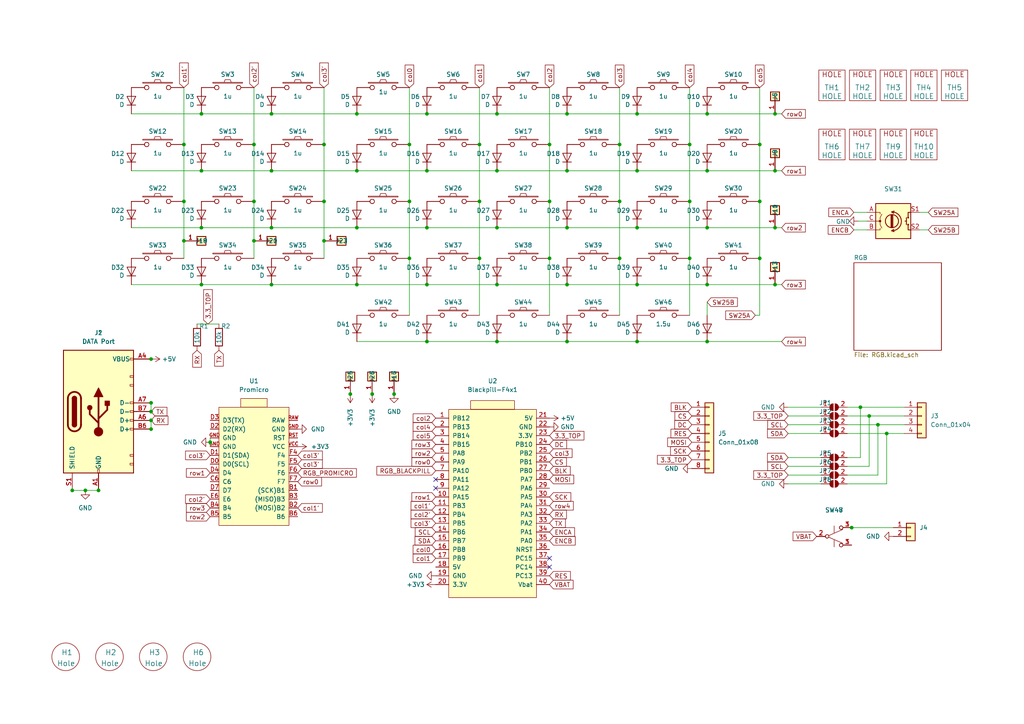
<source format=kicad_sch>
(kicad_sch (version 20211123) (generator eeschema)
  (paper "A4")
  (junction (at 184.785 66.04))
  (junction (at 257.175 125.73))
  (junction (at 107.95 114.3))
  (junction (at 179.705 74.93))
  (junction (at 220.345 41.91))
  (junction (at 249.555 118.11))
  (junction (at 43.815 104.14))
  (junction (at 252.095 120.65))
  (junction (at 224.79 49.53))
  (junction (at 164.465 82.55))
  (junction (at 123.825 99.06))
  (junction (at 144.145 82.55))
  (junction (at 93.98 69.85))
  (junction (at 184.785 49.53))
  (junction (at 103.505 82.55))
  (junction (at 58.42 82.55))
  (junction (at 118.745 41.91))
  (junction (at 205.105 33.02))
  (junction (at 78.74 82.55))
  (junction (at 164.465 49.53))
  (junction (at 224.79 33.02))
  (junction (at 53.34 69.85))
  (junction (at 103.505 33.02))
  (junction (at 159.385 41.91))
  (junction (at 118.745 74.93))
  (junction (at 184.785 33.02))
  (junction (at 60.96 128.27))
  (junction (at 200.025 74.93))
  (junction (at 78.74 66.04))
  (junction (at 43.815 116.84))
  (junction (at 164.465 66.04))
  (junction (at 28.575 142.24))
  (junction (at 73.66 58.42))
  (junction (at 205.105 82.55))
  (junction (at 103.505 49.53))
  (junction (at 224.79 66.04))
  (junction (at 139.065 41.91))
  (junction (at 93.98 41.91))
  (junction (at 118.745 58.42))
  (junction (at 114.3 114.3))
  (junction (at 200.025 58.42))
  (junction (at 179.705 58.42))
  (junction (at 58.42 33.02))
  (junction (at 254.635 123.19))
  (junction (at 144.145 66.04))
  (junction (at 58.42 49.53))
  (junction (at 200.025 41.91))
  (junction (at 73.66 41.91))
  (junction (at 179.705 41.91))
  (junction (at 58.42 66.04))
  (junction (at 139.065 74.93))
  (junction (at 53.34 41.91))
  (junction (at 224.79 82.55))
  (junction (at 43.815 124.46))
  (junction (at 123.825 66.04))
  (junction (at 101.6 114.3))
  (junction (at 43.815 121.92))
  (junction (at 123.825 49.53))
  (junction (at 73.66 69.85))
  (junction (at 78.74 33.02))
  (junction (at 220.345 58.42))
  (junction (at 123.825 33.02))
  (junction (at 164.465 33.02))
  (junction (at 139.065 58.42))
  (junction (at 159.385 74.93))
  (junction (at 93.98 58.42))
  (junction (at 20.955 142.24))
  (junction (at 43.815 119.38))
  (junction (at 78.74 49.53))
  (junction (at 103.505 66.04))
  (junction (at 144.145 49.53))
  (junction (at 247.015 153.035))
  (junction (at 220.345 74.93))
  (junction (at 205.105 99.06))
  (junction (at 123.825 82.55))
  (junction (at 144.145 99.06))
  (junction (at 184.785 82.55))
  (junction (at 205.105 49.53))
  (junction (at 205.105 66.04))
  (junction (at 24.765 142.24))
  (junction (at 144.145 33.02))
  (junction (at 159.385 58.42))
  (junction (at 164.465 99.06))
  (junction (at 53.34 58.42))
  (junction (at 184.785 99.06))
  (no_connect (at 126.365 141.605))
  (no_connect (at 126.365 139.065))
  (no_connect (at 159.385 164.465))
  (no_connect (at 159.385 161.925))
  (wire (pts (xy 224.79 33.02) (xy 226.695 33.02)))
  (wire (pts (xy 228.6 118.11) (xy 238.125 118.11)))
  (wire (pts (xy 228.6 132.715) (xy 238.125 132.715)))
  (wire (pts (xy 78.74 66.04) (xy 58.42 66.04)))
  (wire (pts (xy 228.6 135.255) (xy 238.125 135.255)))
  (wire (pts (xy 228.6 125.73) (xy 238.125 125.73)))
  (wire (pts (xy 93.98 58.42) (xy 93.98 69.85)))
  (wire (pts (xy 78.74 33.02) (xy 58.42 33.02)))
  (wire (pts (xy 226.695 99.06) (xy 205.105 99.06)))
  (wire (pts (xy 123.825 66.04) (xy 103.505 66.04)))
  (wire (pts (xy 123.825 99.06) (xy 103.505 99.06)))
  (wire (pts (xy 164.465 66.04) (xy 144.145 66.04)))
  (wire (pts (xy 247.015 153.035) (xy 259.08 153.035)))
  (wire (pts (xy 205.105 87.63) (xy 205.105 91.44)))
  (wire (pts (xy 228.6 140.335) (xy 238.125 140.335)))
  (wire (pts (xy 245.745 137.795) (xy 254.635 137.795)))
  (wire (pts (xy 205.105 99.06) (xy 184.785 99.06)))
  (wire (pts (xy 184.785 66.04) (xy 164.465 66.04)))
  (wire (pts (xy 200.025 25.4) (xy 200.025 41.91)))
  (wire (pts (xy 78.74 49.53) (xy 103.505 49.53)))
  (wire (pts (xy 93.98 25.4) (xy 93.98 41.91)))
  (wire (pts (xy 257.175 140.335) (xy 257.175 125.73)))
  (wire (pts (xy 78.74 82.55) (xy 103.505 82.55)))
  (wire (pts (xy 252.095 135.255) (xy 252.095 120.65)))
  (wire (pts (xy 159.385 58.42) (xy 159.385 74.93)))
  (wire (pts (xy 53.34 74.93) (xy 53.34 69.85)))
  (wire (pts (xy 224.79 66.04) (xy 226.695 66.04)))
  (wire (pts (xy 159.385 74.93) (xy 159.385 91.44)))
  (wire (pts (xy 123.825 33.02) (xy 144.145 33.02)))
  (wire (pts (xy 93.98 41.91) (xy 93.98 58.42)))
  (wire (pts (xy 220.345 41.91) (xy 220.345 58.42)))
  (wire (pts (xy 266.7 66.675) (xy 269.24 66.675)))
  (wire (pts (xy 144.145 99.06) (xy 123.825 99.06)))
  (wire (pts (xy 139.065 25.4) (xy 139.065 41.91)))
  (wire (pts (xy 78.74 49.53) (xy 58.42 49.53)))
  (wire (pts (xy 184.785 33.02) (xy 205.105 33.02)))
  (wire (pts (xy 184.785 33.02) (xy 164.465 33.02)))
  (wire (pts (xy 73.66 41.91) (xy 73.66 58.42)))
  (wire (pts (xy 245.745 123.19) (xy 254.635 123.19)))
  (wire (pts (xy 38.1 33.02) (xy 58.42 33.02)))
  (wire (pts (xy 118.745 58.42) (xy 118.745 41.91)))
  (wire (pts (xy 164.465 49.53) (xy 144.145 49.53)))
  (wire (pts (xy 179.705 41.91) (xy 179.705 58.42)))
  (wire (pts (xy 254.635 137.795) (xy 254.635 123.19)))
  (wire (pts (xy 257.175 125.73) (xy 262.255 125.73)))
  (wire (pts (xy 220.345 74.93) (xy 220.345 91.44)))
  (wire (pts (xy 205.105 82.55) (xy 224.79 82.55)))
  (wire (pts (xy 123.825 33.02) (xy 103.505 33.02)))
  (wire (pts (xy 139.065 74.93) (xy 139.065 58.42)))
  (wire (pts (xy 43.815 121.92) (xy 43.815 124.46)))
  (wire (pts (xy 144.145 49.53) (xy 123.825 49.53)))
  (wire (pts (xy 20.955 142.24) (xy 24.765 142.24)))
  (wire (pts (xy 266.7 61.595) (xy 269.24 61.595)))
  (wire (pts (xy 249.555 118.11) (xy 262.255 118.11)))
  (wire (pts (xy 245.745 118.11) (xy 249.555 118.11)))
  (wire (pts (xy 245.745 140.335) (xy 257.175 140.335)))
  (wire (pts (xy 245.745 120.65) (xy 252.095 120.65)))
  (wire (pts (xy 118.745 58.42) (xy 118.745 74.93)))
  (wire (pts (xy 184.785 66.04) (xy 205.105 66.04)))
  (wire (pts (xy 245.745 132.715) (xy 249.555 132.715)))
  (wire (pts (xy 57.15 93.98) (xy 63.5 93.98)))
  (wire (pts (xy 184.785 82.55) (xy 205.105 82.55)))
  (wire (pts (xy 205.105 66.04) (xy 224.79 66.04)))
  (wire (pts (xy 224.79 49.53) (xy 226.695 49.53)))
  (wire (pts (xy 247.65 61.595) (xy 251.46 61.595)))
  (wire (pts (xy 205.105 49.53) (xy 224.79 49.53)))
  (wire (pts (xy 252.095 120.65) (xy 262.255 120.65)))
  (wire (pts (xy 179.705 25.4) (xy 179.705 41.91)))
  (wire (pts (xy 78.74 66.04) (xy 103.505 66.04)))
  (wire (pts (xy 228.6 120.65) (xy 238.125 120.65)))
  (wire (pts (xy 184.785 99.06) (xy 164.465 99.06)))
  (wire (pts (xy 93.98 69.85) (xy 93.98 74.93)))
  (wire (pts (xy 58.42 82.55) (xy 38.1 82.55)))
  (wire (pts (xy 245.745 135.255) (xy 252.095 135.255)))
  (wire (pts (xy 200.025 41.91) (xy 200.025 58.42)))
  (wire (pts (xy 205.105 33.02) (xy 224.79 33.02)))
  (wire (pts (xy 144.145 66.04) (xy 123.825 66.04)))
  (wire (pts (xy 200.025 58.42) (xy 200.025 74.93)))
  (wire (pts (xy 179.705 58.42) (xy 179.705 74.93)))
  (wire (pts (xy 224.79 82.55) (xy 226.695 82.55)))
  (wire (pts (xy 159.385 41.91) (xy 159.385 58.42)))
  (wire (pts (xy 164.465 33.02) (xy 144.145 33.02)))
  (wire (pts (xy 24.765 142.24) (xy 28.575 142.24)))
  (wire (pts (xy 144.145 82.55) (xy 123.825 82.55)))
  (wire (pts (xy 254.635 123.19) (xy 262.255 123.19)))
  (wire (pts (xy 53.34 41.91) (xy 53.34 58.42)))
  (wire (pts (xy 58.42 49.53) (xy 38.1 49.53)))
  (wire (pts (xy 73.66 69.85) (xy 73.66 74.93)))
  (wire (pts (xy 139.065 41.91) (xy 139.065 58.42)))
  (wire (pts (xy 228.6 137.795) (xy 238.125 137.795)))
  (wire (pts (xy 159.385 25.4) (xy 159.385 41.91)))
  (wire (pts (xy 220.345 58.42) (xy 220.345 74.93)))
  (wire (pts (xy 228.6 123.19) (xy 238.125 123.19)))
  (wire (pts (xy 220.345 25.4) (xy 220.345 41.91)))
  (wire (pts (xy 164.465 99.06) (xy 144.145 99.06)))
  (wire (pts (xy 123.825 49.53) (xy 103.505 49.53)))
  (wire (pts (xy 60.96 128.27) (xy 60.96 129.54)))
  (wire (pts (xy 247.65 66.675) (xy 251.46 66.675)))
  (wire (pts (xy 249.555 132.715) (xy 249.555 118.11)))
  (wire (pts (xy 139.065 74.93) (xy 139.065 91.44)))
  (wire (pts (xy 164.465 82.55) (xy 144.145 82.55)))
  (wire (pts (xy 179.705 74.93) (xy 179.705 91.44)))
  (wire (pts (xy 53.34 25.4) (xy 53.34 41.91)))
  (wire (pts (xy 78.74 33.02) (xy 103.505 33.02)))
  (wire (pts (xy 73.66 25.4) (xy 73.66 41.91)))
  (wire (pts (xy 220.345 91.44) (xy 219.075 91.44)))
  (wire (pts (xy 53.34 69.85) (xy 53.34 58.42)))
  (wire (pts (xy 184.785 49.53) (xy 164.465 49.53)))
  (wire (pts (xy 60.96 127) (xy 60.96 128.27)))
  (wire (pts (xy 200.025 74.93) (xy 200.025 91.44)))
  (wire (pts (xy 184.785 82.55) (xy 164.465 82.55)))
  (wire (pts (xy 118.745 74.93) (xy 118.745 91.44)))
  (wire (pts (xy 118.745 41.91) (xy 118.745 25.4)))
  (wire (pts (xy 245.745 125.73) (xy 257.175 125.73)))
  (wire (pts (xy 58.42 66.04) (xy 38.1 66.04)))
  (wire (pts (xy 43.815 116.84) (xy 43.815 119.38)))
  (wire (pts (xy 251.46 64.135) (xy 248.92 64.135)))
  (wire (pts (xy 123.825 82.55) (xy 103.505 82.55)))
  (wire (pts (xy 184.785 49.53) (xy 205.105 49.53)))
  (wire (pts (xy 73.66 58.42) (xy 73.66 69.85)))
  (wire (pts (xy 78.74 82.55) (xy 58.42 82.55)))
  (global_label "ENCA" (shape input) (at 247.65 61.595 180) (property "Intersheet References" "${INTERSHEET_REFS}" (effects hide)))
  (global_label "col2'" (shape input) (at 126.365 149.225 180) (property "Intersheet References" "${INTERSHEET_REFS}" (effects hide)))
  (global_label "row3" (shape input) (at 126.365 128.905 180) (property "Intersheet References" "${INTERSHEET_REFS}" (effects hide)))
  (global_label "TX" (shape input) (at 159.385 151.765 0) (property "Intersheet References" "${INTERSHEET_REFS}" (effects hide)))
  (global_label "VBAT" (shape input) (at 159.385 169.545 0) (property "Intersheet References" "${INTERSHEET_REFS}" (effects hide)))
  (global_label "col5" (shape input) (at 126.365 126.365 180) (property "Intersheet References" "${INTERSHEET_REFS}" (effects hide)))
  (global_label "SCK" (shape input) (at 159.385 144.145 0) (property "Intersheet References" "${INTERSHEET_REFS}" (effects hide)))
  (global_label "3.3_TOP" (shape input) (at 228.6 120.65 180) (property "Intersheet References" "${INTERSHEET_REFS}" (effects hide)))
  (global_label "row1" (shape input) (at 126.365 144.145 180) (property "Intersheet References" "${INTERSHEET_REFS}" (effects hide)))
  (global_label "row0" (shape input) (at 126.365 133.985 180) (property "Intersheet References" "${INTERSHEET_REFS}" (effects hide)))
  (global_label "col2'" (shape input) (at 60.96 144.78 180) (property "Intersheet References" "${INTERSHEET_REFS}" (effects hide)))
  (global_label "RGB_PROMICRO" (shape input) (at 86.36 137.16 0) (property "Intersheet References" "${INTERSHEET_REFS}" (effects hide)))
  (global_label "SW25B" (shape input) (at 269.24 66.675 0) (property "Intersheet References" "${INTERSHEET_REFS}" (effects hide)))
  (global_label "ENCB" (shape input) (at 159.385 156.845 0) (property "Intersheet References" "${INTERSHEET_REFS}" (effects hide)))
  (global_label "SW25A" (shape input) (at 219.075 91.44 180) (property "Intersheet References" "${INTERSHEET_REFS}" (effects hide)))
  (global_label "RX" (shape input) (at 159.385 149.225 0) (property "Intersheet References" "${INTERSHEET_REFS}" (effects hide)))
  (global_label "CS" (shape input) (at 159.385 133.985 0) (property "Intersheet References" "${INTERSHEET_REFS}" (effects hide)))
  (global_label "3.3_TOP" (shape input) (at 60.325 93.98 90) (property "Intersheet References" "${INTERSHEET_REFS}" (effects hide)))
  (global_label "row3" (shape input) (at 60.96 147.32 180) (property "Intersheet References" "${INTERSHEET_REFS}" (effects hide)))
  (global_label "CS" (shape input) (at 200.66 120.65 180) (property "Intersheet References" "${INTERSHEET_REFS}" (effects hide)))
  (global_label "SCL" (shape input) (at 228.6 123.19 180) (property "Intersheet References" "${INTERSHEET_REFS}" (effects hide)))
  (global_label "RX" (shape input) (at 57.15 101.6 270) (property "Intersheet References" "${INTERSHEET_REFS}" (effects hide)))
  (global_label "SDA" (shape input) (at 126.365 156.845 180) (property "Intersheet References" "${INTERSHEET_REFS}" (effects hide)))
  (global_label "col3'" (shape input) (at 60.96 132.08 180) (property "Intersheet References" "${INTERSHEET_REFS}" (effects hide)))
  (global_label "DC" (shape input) (at 159.385 128.905 0) (property "Intersheet References" "${INTERSHEET_REFS}" (effects hide)))
  (global_label "VBAT" (shape input) (at 236.855 155.575 180) (property "Intersheet References" "${INTERSHEET_REFS}" (effects hide)))
  (global_label "TX" (shape input) (at 43.815 119.38 0) (property "Intersheet References" "${INTERSHEET_REFS}" (effects hide)))
  (global_label "row4" (shape input) (at 159.385 146.685 0) (property "Intersheet References" "${INTERSHEET_REFS}" (effects hide)))
  (global_label "col1'" (shape input) (at 86.36 147.32 0) (property "Intersheet References" "${INTERSHEET_REFS}" (effects hide)))
  (global_label "3.3_TOP" (shape input) (at 159.385 126.365 0) (property "Intersheet References" "${INTERSHEET_REFS}" (effects hide)))
  (global_label "ENCB" (shape input) (at 247.65 66.675 180) (property "Intersheet References" "${INTERSHEET_REFS}" (effects hide)))
  (global_label "col2'" (shape input) (at 73.66 25.4 90) (property "Intersheet References" "${INTERSHEET_REFS}" (effects hide)))
  (global_label "col4" (shape input) (at 200.025 25.4 90) (property "Intersheet References" "${INTERSHEET_REFS}" (effects hide)))
  (global_label "SCL" (shape input) (at 228.6 135.255 180) (property "Intersheet References" "${INTERSHEET_REFS}" (effects hide)))
  (global_label "SCK" (shape input) (at 200.66 130.81 180) (property "Intersheet References" "${INTERSHEET_REFS}" (effects hide)))
  (global_label "SW25A" (shape input) (at 269.24 61.595 0) (property "Intersheet References" "${INTERSHEET_REFS}" (effects hide)))
  (global_label "col0" (shape input) (at 126.365 159.385 180) (property "Intersheet References" "${INTERSHEET_REFS}" (effects hide)))
  (global_label "row2" (shape input) (at 60.96 149.86 180) (property "Intersheet References" "${INTERSHEET_REFS}" (effects hide)))
  (global_label "col2" (shape input) (at 159.385 25.4 90) (property "Intersheet References" "${INTERSHEET_REFS}" (effects hide)))
  (global_label "ENCA" (shape input) (at 159.385 154.305 0) (property "Intersheet References" "${INTERSHEET_REFS}" (effects hide)))
  (global_label "SDA" (shape input) (at 228.6 132.715 180) (property "Intersheet References" "${INTERSHEET_REFS}" (effects hide)))
  (global_label "3.3_TOP" (shape input) (at 228.6 137.795 180) (property "Intersheet References" "${INTERSHEET_REFS}" (effects hide)))
  (global_label "row3" (shape input) (at 226.695 82.55 0) (property "Intersheet References" "${INTERSHEET_REFS}" (effects hide)))
  (global_label "col3" (shape input) (at 159.385 131.445 0) (property "Intersheet References" "${INTERSHEET_REFS}" (effects hide)))
  (global_label "row0" (shape input) (at 226.695 33.02 0) (property "Intersheet References" "${INTERSHEET_REFS}" (effects hide)))
  (global_label "RX" (shape input) (at 43.815 121.92 0) (property "Intersheet References" "${INTERSHEET_REFS}" (effects hide)))
  (global_label "row4" (shape input) (at 226.695 99.06 0) (property "Intersheet References" "${INTERSHEET_REFS}" (effects hide)))
  (global_label "SCL" (shape input) (at 126.365 154.305 180) (property "Intersheet References" "${INTERSHEET_REFS}" (effects hide)))
  (global_label "RES" (shape input) (at 200.66 125.73 180) (property "Intersheet References" "${INTERSHEET_REFS}" (effects hide)))
  (global_label "col5" (shape input) (at 220.345 25.4 90) (property "Intersheet References" "${INTERSHEET_REFS}" (effects hide)))
  (global_label "SW25B" (shape input) (at 205.105 87.63 0) (property "Intersheet References" "${INTERSHEET_REFS}" (effects hide)))
  (global_label "row2" (shape input) (at 126.365 131.445 180) (property "Intersheet References" "${INTERSHEET_REFS}" (effects hide)))
  (global_label "col1" (shape input) (at 126.365 161.925 180) (property "Intersheet References" "${INTERSHEET_REFS}" (effects hide)))
  (global_label "BLK" (shape input) (at 200.66 118.11 180) (property "Intersheet References" "${INTERSHEET_REFS}" (effects hide)))
  (global_label "TX" (shape input) (at 63.5 101.6 270) (property "Intersheet References" "${INTERSHEET_REFS}" (effects hide)))
  (global_label "DC" (shape input) (at 200.66 123.19 180) (property "Intersheet References" "${INTERSHEET_REFS}" (effects hide)))
  (global_label "col3'" (shape input) (at 126.365 151.765 180) (property "Intersheet References" "${INTERSHEET_REFS}" (effects hide)))
  (global_label "RES" (shape input) (at 159.385 167.005 0) (property "Intersheet References" "${INTERSHEET_REFS}" (effects hide)))
  (global_label "BLK" (shape input) (at 159.385 136.525 0) (property "Intersheet References" "${INTERSHEET_REFS}" (effects hide)))
  (global_label "MOSI" (shape input) (at 159.385 139.065 0) (property "Intersheet References" "${INTERSHEET_REFS}" (effects hide)))
  (global_label "row2" (shape input) (at 226.695 66.04 0) (property "Intersheet References" "${INTERSHEET_REFS}" (effects hide)))
  (global_label "col0" (shape input) (at 118.745 25.4 90) (property "Intersheet References" "${INTERSHEET_REFS}" (effects hide)))
  (global_label "col4" (shape input) (at 126.365 123.825 180) (property "Intersheet References" "${INTERSHEET_REFS}" (effects hide)))
  (global_label "RGB_BLACKPILL" (shape input) (at 126.365 136.525 180) (property "Intersheet References" "${INTERSHEET_REFS}" (effects hide)))
  (global_label "col3'" (shape input) (at 86.36 134.62 0) (property "Intersheet References" "${INTERSHEET_REFS}" (effects hide)))
  (global_label "col3" (shape input) (at 179.705 25.4 90) (property "Intersheet References" "${INTERSHEET_REFS}" (effects hide)))
  (global_label "3.3_TOP" (shape input) (at 200.66 133.35 180) (property "Intersheet References" "${INTERSHEET_REFS}" (effects hide)))
  (global_label "col3'" (shape input) (at 93.98 25.4 90) (property "Intersheet References" "${INTERSHEET_REFS}" (effects hide)))
  (global_label "row0" (shape input) (at 86.36 139.7 0) (property "Intersheet References" "${INTERSHEET_REFS}" (effects hide)))
  (global_label "col1" (shape input) (at 139.065 25.4 90) (property "Intersheet References" "${INTERSHEET_REFS}" (effects hide)))
  (global_label "col1'" (shape input) (at 53.34 25.4 90) (property "Intersheet References" "${INTERSHEET_REFS}" (effects hide)))
  (global_label "row1" (shape input) (at 226.695 49.53 0) (property "Intersheet References" "${INTERSHEET_REFS}" (effects hide)))
  (global_label "MOSI" (shape input) (at 200.66 128.27 180) (property "Intersheet References" "${INTERSHEET_REFS}" (effects hide)))
  (global_label "SDA" (shape input) (at 228.6 125.73 180) (property "Intersheet References" "${INTERSHEET_REFS}" (effects hide)))
  (global_label "row1" (shape input) (at 60.96 137.16 180) (property "Intersheet References" "${INTERSHEET_REFS}" (effects hide)))
  (global_label "col1'" (shape input) (at 126.365 146.685 180) (property "Intersheet References" "${INTERSHEET_REFS}" (effects hide)))
  (global_label "col2" (shape input) (at 126.365 121.285 180) (property "Intersheet References" "${INTERSHEET_REFS}" (effects hide)))
  (global_label "col3'" (shape input) (at 86.36 132.08 0) (property "Intersheet References" "${INTERSHEET_REFS}" (effects hide)))
  (symbol (lib_id "SofleKeyboard-rescue:SW_PUSH-Lily58-cache-Lily58_Pro-rescue") (at 192.405 91.44 0) (mirror y) (unit 1)
    (property "Reference" "SW46" (at 192.405 87.63 0))
    (property "Value" "1.5u" (at 192.405 93.98 0))
    (property "Footprint" "Library:SW-HS_flip-1u" (effects hide))
  )
  (symbol (lib_id "SofleKeyboard-rescue:SW_PUSH-Lily58-cache-Lily58_Pro-rescue") (at 212.725 25.4 0) (mirror y) (unit 1)
    (property "Reference" "SW10" (at 212.725 21.59 0))
    (property "Value" "1u" (at 212.725 27.94 0))
    (property "Footprint" "Library:SW-HS_flip-1u" (effects hide))
  )
  (symbol (lib_id "SofleKeyboard-rescue:D-Lily58-cache-Lily58_Pro-rescue") (at 205.105 29.21 270) (mirror x) (unit 1)
    (property "Reference" "D10" (at 203.0984 28.0416 90) (effects (justify right)))
    (property "Value" "D" (at 203.0984 30.353 90) (effects (justify right)))
    (property "Footprint" "Library:Diode" (effects hide))
  )
  (symbol (lib_id "SofleKeyboard-rescue:SW_PUSH-Lily58-cache-Lily58_Pro-rescue") (at 192.405 25.4 0) (mirror y) (unit 1)
    (property "Reference" "SW9" (at 192.405 21.59 0))
    (property "Value" "1u" (at 192.405 27.94 0))
    (property "Footprint" "Library:SW-HS_flip-1u" (effects hide))
  )
  (symbol (lib_id "SofleKeyboard-rescue:D-Lily58-cache-Lily58_Pro-rescue") (at 184.785 29.21 270) (mirror x) (unit 1)
    (property "Reference" "D9" (at 182.7784 28.0416 90) (effects (justify right)))
    (property "Value" "D" (at 182.7784 30.353 90) (effects (justify right)))
    (property "Footprint" "Library:Diode" (effects hide))
  )
  (symbol (lib_id "SofleKeyboard-rescue:SW_PUSH-Lily58-cache-Lily58_Pro-rescue") (at 172.085 25.4 0) (mirror y) (unit 1)
    (property "Reference" "SW8" (at 172.085 21.59 0))
    (property "Value" "1u" (at 172.085 27.94 0))
    (property "Footprint" "Library:SW-HS_flip-1u" (effects hide))
  )
  (symbol (lib_id "SofleKeyboard-rescue:D-Lily58-cache-Lily58_Pro-rescue") (at 164.465 29.21 270) (mirror x) (unit 1)
    (property "Reference" "D8" (at 162.4584 28.0416 90) (effects (justify right)))
    (property "Value" "D" (at 162.4584 30.353 90) (effects (justify right)))
    (property "Footprint" "Library:Diode" (effects hide))
  )
  (symbol (lib_id "SofleKeyboard-rescue:SW_PUSH-Lily58-cache-Lily58_Pro-rescue") (at 151.765 25.4 0) (mirror y) (unit 1)
    (property "Reference" "SW7" (at 151.765 21.59 0))
    (property "Value" "1u" (at 151.765 27.94 0))
    (property "Footprint" "Library:SW-HS_flip-1u" (effects hide))
  )
  (symbol (lib_id "SofleKeyboard-rescue:D-Lily58-cache-Lily58_Pro-rescue") (at 144.145 29.21 270) (mirror x) (unit 1)
    (property "Reference" "D7" (at 142.1384 28.0416 90) (effects (justify right)))
    (property "Value" "D" (at 142.1384 30.353 90) (effects (justify right)))
    (property "Footprint" "Library:Diode" (effects hide))
  )
  (symbol (lib_id "SofleKeyboard-rescue:SW_PUSH-Lily58-cache-Lily58_Pro-rescue") (at 131.445 25.4 0) (unit 1)
    (property "Reference" "SW6" (at 131.445 21.59 0))
    (property "Value" "1u" (at 131.445 27.94 0))
    (property "Footprint" "Library:SW-HS_flip-1u" (effects hide))
  )
  (symbol (lib_id "SofleKeyboard-rescue:D-Lily58-cache-Lily58_Pro-rescue") (at 123.825 29.21 270) (mirror x) (unit 1)
    (property "Reference" "D6" (at 121.8184 28.0416 90) (effects (justify right)))
    (property "Value" "D" (at 121.8184 30.353 90) (effects (justify right)))
    (property "Footprint" "Library:Diode" (effects hide))
  )
  (symbol (lib_id "SofleKeyboard-rescue:SW_PUSH-Lily58-cache-Lily58_Pro-rescue") (at 111.125 25.4 0) (mirror y) (unit 1)
    (property "Reference" "SW5" (at 111.125 21.59 0))
    (property "Value" "1u" (at 111.125 26.67 0))
    (property "Footprint" "Library:SW-HS_flip-1u" (effects hide))
  )
  (symbol (lib_id "SofleKeyboard-rescue:D-Lily58-cache-Lily58_Pro-rescue") (at 103.505 29.21 270) (mirror x) (unit 1)
    (property "Reference" "D5" (at 101.4984 28.0416 90) (effects (justify right)))
    (property "Value" "D" (at 101.4984 30.353 90) (effects (justify right)))
    (property "Footprint" "Library:Diode" (effects hide))
  )
  (symbol (lib_id "SofleKeyboard-rescue:SW_PUSH-Lily58-cache-Lily58_Pro-rescue") (at 192.405 41.91 0) (mirror y) (unit 1)
    (property "Reference" "SW19" (at 192.405 38.1 0))
    (property "Value" "1u" (at 192.405 44.45 0))
    (property "Footprint" "Library:SW-HS_flip-1u" (effects hide))
  )
  (symbol (lib_id "SofleKeyboard-rescue:SW_PUSH-Lily58-cache-Lily58_Pro-rescue") (at 172.085 41.91 0) (mirror y) (unit 1)
    (property "Reference" "SW18" (at 172.085 38.1 0))
    (property "Value" "1u" (at 172.085 44.45 0))
    (property "Footprint" "Library:SW-HS_flip-1u" (effects hide))
  )
  (symbol (lib_id "SofleKeyboard-rescue:SW_PUSH-Lily58-cache-Lily58_Pro-rescue") (at 151.765 41.91 0) (mirror y) (unit 1)
    (property "Reference" "SW17" (at 151.765 38.1 0))
    (property "Value" "1u" (at 151.765 44.45 0))
    (property "Footprint" "Library:SW-HS_flip-1u" (effects hide))
  )
  (symbol (lib_id "SofleKeyboard-rescue:SW_PUSH-Lily58-cache-Lily58_Pro-rescue") (at 131.445 41.91 0) (unit 1)
    (property "Reference" "SW16" (at 131.445 38.1 0))
    (property "Value" "1u" (at 131.445 44.45 0))
    (property "Footprint" "Library:SW-HS_flip-1u" (effects hide))
  )
  (symbol (lib_id "SofleKeyboard-rescue:SW_PUSH-Lily58-cache-Lily58_Pro-rescue") (at 111.125 41.91 0) (mirror y) (unit 1)
    (property "Reference" "SW15" (at 111.125 38.1 0))
    (property "Value" "1u" (at 111.125 44.45 0))
    (property "Footprint" "Library:SW-HS_flip-1u" (effects hide))
  )
  (symbol (lib_id "SofleKeyboard-rescue:SW_PUSH-Lily58-cache-Lily58_Pro-rescue") (at 212.725 41.91 0) (mirror y) (unit 1)
    (property "Reference" "SW20" (at 212.725 38.1 0))
    (property "Value" "1u" (at 212.725 44.45 0))
    (property "Footprint" "Library:SW-HS_flip-1u" (effects hide))
  )
  (symbol (lib_id "SofleKeyboard-rescue:D-Lily58-cache-Lily58_Pro-rescue") (at 205.105 45.72 270) (mirror x) (unit 1)
    (property "Reference" "D20" (at 203.0984 44.5516 90) (effects (justify right)))
    (property "Value" "D" (at 203.0984 46.863 90) (effects (justify right)))
    (property "Footprint" "Library:Diode" (effects hide))
  )
  (symbol (lib_id "SofleKeyboard-rescue:D-Lily58-cache-Lily58_Pro-rescue") (at 184.785 45.72 270) (mirror x) (unit 1)
    (property "Reference" "D19" (at 182.7784 44.5516 90) (effects (justify right)))
    (property "Value" "D" (at 182.7784 46.863 90) (effects (justify right)))
    (property "Footprint" "Library:Diode" (effects hide))
  )
  (symbol (lib_id "SofleKeyboard-rescue:D-Lily58-cache-Lily58_Pro-rescue") (at 164.465 45.72 270) (mirror x) (unit 1)
    (property "Reference" "D18" (at 162.4584 44.5516 90) (effects (justify right)))
    (property "Value" "D" (at 162.4584 46.863 90) (effects (justify right)))
    (property "Footprint" "Library:Diode" (effects hide))
  )
  (symbol (lib_id "SofleKeyboard-rescue:D-Lily58-cache-Lily58_Pro-rescue") (at 144.145 45.72 270) (mirror x) (unit 1)
    (property "Reference" "D17" (at 142.1384 44.5516 90) (effects (justify right)))
    (property "Value" "D" (at 142.1384 46.863 90) (effects (justify right)))
    (property "Footprint" "Library:Diode" (effects hide))
  )
  (symbol (lib_id "SofleKeyboard-rescue:D-Lily58-cache-Lily58_Pro-rescue") (at 123.825 45.72 270) (mirror x) (unit 1)
    (property "Reference" "D16" (at 121.8184 44.5516 90) (effects (justify right)))
    (property "Value" "D" (at 121.8184 46.863 90) (effects (justify right)))
    (property "Footprint" "Library:Diode" (effects hide))
  )
  (symbol (lib_id "SofleKeyboard-rescue:D-Lily58-cache-Lily58_Pro-rescue") (at 103.505 45.72 270) (mirror x) (unit 1)
    (property "Reference" "D15" (at 101.4984 44.5516 90) (effects (justify right)))
    (property "Value" "D" (at 101.4984 46.863 90) (effects (justify right)))
    (property "Footprint" "Library:Diode" (effects hide))
  )
  (symbol (lib_id "SofleKeyboard-rescue:SW_PUSH-Lily58-cache-Lily58_Pro-rescue") (at 212.725 58.42 0) (mirror y) (unit 1)
    (property "Reference" "SW30" (at 212.725 54.61 0))
    (property "Value" "1u" (at 212.725 60.96 0))
    (property "Footprint" "Library:SW-HS_flip-1u" (effects hide))
  )
  (symbol (lib_id "SofleKeyboard-rescue:SW_PUSH-Lily58-cache-Lily58_Pro-rescue") (at 192.405 58.42 0) (mirror y) (unit 1)
    (property "Reference" "SW29" (at 192.405 54.61 0))
    (property "Value" "1u" (at 192.405 60.96 0))
    (property "Footprint" "Library:SW-HS_flip-1u" (effects hide))
  )
  (symbol (lib_id "SofleKeyboard-rescue:SW_PUSH-Lily58-cache-Lily58_Pro-rescue") (at 172.085 58.42 0) (mirror y) (unit 1)
    (property "Reference" "SW28" (at 172.085 54.61 0))
    (property "Value" "1u" (at 172.085 60.96 0))
    (property "Footprint" "Library:SW-HS_flip-1u" (effects hide))
  )
  (symbol (lib_id "SofleKeyboard-rescue:SW_PUSH-Lily58-cache-Lily58_Pro-rescue") (at 151.765 58.42 0) (mirror y) (unit 1)
    (property "Reference" "SW27" (at 151.765 54.61 0))
    (property "Value" "1u" (at 151.765 60.96 0))
    (property "Footprint" "Library:SW-HS_flip-1u" (effects hide))
  )
  (symbol (lib_id "SofleKeyboard-rescue:SW_PUSH-Lily58-cache-Lily58_Pro-rescue") (at 131.445 58.42 0) (unit 1)
    (property "Reference" "SW26" (at 131.445 54.61 0))
    (property "Value" "1u" (at 131.445 60.96 0))
    (property "Footprint" "Library:SW-HS_flip-1u" (effects hide))
  )
  (symbol (lib_id "SofleKeyboard-rescue:SW_PUSH-Lily58-cache-Lily58_Pro-rescue") (at 111.125 58.42 0) (mirror y) (unit 1)
    (property "Reference" "SW25" (at 111.125 54.61 0))
    (property "Value" "1u" (at 111.125 60.96 0))
    (property "Footprint" "Library:SW-HS_flip-1u" (effects hide))
  )
  (symbol (lib_id "SofleKeyboard-rescue:D-Lily58-cache-Lily58_Pro-rescue") (at 205.105 62.23 270) (mirror x) (unit 1)
    (property "Reference" "D30" (at 203.0984 61.0616 90) (effects (justify right)))
    (property "Value" "D" (at 203.0984 63.373 90) (effects (justify right)))
    (property "Footprint" "Library:Diode" (effects hide))
  )
  (symbol (lib_id "SofleKeyboard-rescue:D-Lily58-cache-Lily58_Pro-rescue") (at 184.785 62.23 270) (mirror x) (unit 1)
    (property "Reference" "D29" (at 182.7784 61.0616 90) (effects (justify right)))
    (property "Value" "D" (at 182.7784 63.373 90) (effects (justify right)))
    (property "Footprint" "Library:Diode" (effects hide))
  )
  (symbol (lib_id "SofleKeyboard-rescue:D-Lily58-cache-Lily58_Pro-rescue") (at 164.465 62.23 270) (mirror x) (unit 1)
    (property "Reference" "D28" (at 162.4584 61.0616 90) (effects (justify right)))
    (property "Value" "D" (at 162.4584 63.373 90) (effects (justify right)))
    (property "Footprint" "Library:Diode" (effects hide))
  )
  (symbol (lib_id "SofleKeyboard-rescue:D-Lily58-cache-Lily58_Pro-rescue") (at 144.145 62.23 270) (mirror x) (unit 1)
    (property "Reference" "D27" (at 142.1384 61.0616 90) (effects (justify right)))
    (property "Value" "D" (at 142.1384 63.373 90) (effects (justify right)))
    (property "Footprint" "Library:Diode" (effects hide))
  )
  (symbol (lib_id "SofleKeyboard-rescue:D-Lily58-cache-Lily58_Pro-rescue") (at 123.825 62.23 270) (mirror x) (unit 1)
    (property "Reference" "D26" (at 121.8184 61.0616 90) (effects (justify right)))
    (property "Value" "D" (at 121.8184 63.373 90) (effects (justify right)))
    (property "Footprint" "Library:Diode" (effects hide))
  )
  (symbol (lib_id "SofleKeyboard-rescue:D-Lily58-cache-Lily58_Pro-rescue") (at 103.505 62.23 270) (mirror x) (unit 1)
    (property "Reference" "D25" (at 101.4984 61.0616 90) (effects (justify right)))
    (property "Value" "D" (at 101.4984 63.373 90) (effects (justify right)))
    (property "Footprint" "Library:Diode" (effects hide))
  )
  (symbol (lib_id "SofleKeyboard-rescue:SW_PUSH-Lily58-cache-Lily58_Pro-rescue") (at 172.085 74.93 0) (mirror y) (unit 1)
    (property "Reference" "SW39" (at 172.085 71.12 0))
    (property "Value" "1u" (at 172.085 77.47 0))
    (property "Footprint" "Library:SW-HS_flip-1u" (effects hide))
  )
  (symbol (lib_id "SofleKeyboard-rescue:SW_PUSH-Lily58-cache-Lily58_Pro-rescue") (at 151.765 74.93 0) (mirror y) (unit 1)
    (property "Reference" "SW38" (at 151.765 71.12 0))
    (property "Value" "1u" (at 151.765 77.47 0))
    (property "Footprint" "Library:SW-HS_flip-1u" (effects hide))
  )
  (symbol (lib_id "SofleKeyboard-rescue:SW_PUSH-Lily58-cache-Lily58_Pro-rescue") (at 131.445 74.93 0) (unit 1)
    (property "Reference" "SW37" (at 131.445 71.12 0))
    (property "Value" "1u" (at 131.445 77.47 0))
    (property "Footprint" "Library:SW-HS_flip-1u" (effects hide))
  )
  (symbol (lib_id "SofleKeyboard-rescue:SW_PUSH-Lily58-cache-Lily58_Pro-rescue") (at 111.125 74.93 0) (mirror y) (unit 1)
    (property "Reference" "SW36" (at 111.125 71.12 0))
    (property "Value" "1u" (at 111.125 77.47 0))
    (property "Footprint" "Library:SW-HS_flip-1u" (effects hide))
  )
  (symbol (lib_id "SofleKeyboard-rescue:SW_PUSH-Lily58-cache-Lily58_Pro-rescue") (at 192.405 74.93 0) (mirror y) (unit 1)
    (property "Reference" "SW40" (at 192.405 71.12 0))
    (property "Value" "1u" (at 192.405 77.47 0))
    (property "Footprint" "Library:SW-HS_flip-1u" (effects hide))
  )
  (symbol (lib_id "SofleKeyboard-rescue:SW_PUSH-Lily58-cache-Lily58_Pro-rescue") (at 212.725 74.93 0) (mirror y) (unit 1)
    (property "Reference" "SW41" (at 212.725 71.12 0))
    (property "Value" "1u" (at 212.725 77.47 0))
    (property "Footprint" "Library:SW-HS_flip-1u" (effects hide))
  )
  (symbol (lib_id "SofleKeyboard-rescue:D-Lily58-cache-Lily58_Pro-rescue") (at 205.105 78.74 270) (mirror x) (unit 1)
    (property "Reference" "D40" (at 203.0984 77.5716 90) (effects (justify right)))
    (property "Value" "D" (at 203.0984 79.883 90) (effects (justify right)))
    (property "Footprint" "Library:Diode" (effects hide))
  )
  (symbol (lib_id "SofleKeyboard-rescue:D-Lily58-cache-Lily58_Pro-rescue") (at 184.785 78.74 270) (mirror x) (unit 1)
    (property "Reference" "D39" (at 182.7784 77.5716 90) (effects (justify right)))
    (property "Value" "D" (at 182.7784 79.883 90) (effects (justify right)))
    (property "Footprint" "Library:Diode" (effects hide))
  )
  (symbol (lib_id "SofleKeyboard-rescue:D-Lily58-cache-Lily58_Pro-rescue") (at 164.465 78.74 270) (mirror x) (unit 1)
    (property "Reference" "D38" (at 162.4584 77.5716 90) (effects (justify right)))
    (property "Value" "D" (at 162.4584 79.883 90) (effects (justify right)))
    (property "Footprint" "Library:Diode" (effects hide))
  )
  (symbol (lib_id "SofleKeyboard-rescue:D-Lily58-cache-Lily58_Pro-rescue") (at 144.145 78.74 270) (mirror x) (unit 1)
    (property "Reference" "D37" (at 142.1384 77.5716 90) (effects (justify right)))
    (property "Value" "D" (at 142.1384 79.883 90) (effects (justify right)))
    (property "Footprint" "Library:Diode" (effects hide))
  )
  (symbol (lib_id "SofleKeyboard-rescue:D-Lily58-cache-Lily58_Pro-rescue") (at 123.825 78.74 270) (mirror x) (unit 1)
    (property "Reference" "D36" (at 121.8184 77.5716 90) (effects (justify right)))
    (property "Value" "D" (at 121.8184 79.883 90) (effects (justify right)))
    (property "Footprint" "Library:Diode" (effects hide))
  )
  (symbol (lib_id "SofleKeyboard-rescue:D-Lily58-cache-Lily58_Pro-rescue") (at 103.505 78.74 270) (mirror x) (unit 1)
    (property "Reference" "D35" (at 101.4984 77.5716 90) (effects (justify right)))
    (property "Value" "D" (at 101.4984 79.883 90) (effects (justify right)))
    (property "Footprint" "Library:Diode" (effects hide))
  )
  (symbol (lib_id "SofleKeyboard-rescue:SW_PUSH-Lily58-cache-Lily58_Pro-rescue") (at 172.085 91.44 0) (mirror y) (unit 1)
    (property "Reference" "SW45" (at 172.085 87.63 0))
    (property "Value" "1u" (at 172.085 93.98 0))
    (property "Footprint" "Library:SW-HS_flip-1u" (effects hide))
  )
  (symbol (lib_id "SofleKeyboard-rescue:SW_PUSH-Lily58-cache-Lily58_Pro-rescue") (at 151.765 91.44 0) (mirror y) (unit 1)
    (property "Reference" "SW44" (at 151.765 87.63 0))
    (property "Value" "1u" (at 151.765 93.98 0))
    (property "Footprint" "Library:SW-HS_flip-1u" (effects hide))
  )
  (symbol (lib_id "SofleKeyboard-rescue:SW_PUSH-Lily58-cache-Lily58_Pro-rescue") (at 131.445 91.44 0) (mirror y) (unit 1)
    (property "Reference" "SW43" (at 131.445 87.63 0))
    (property "Value" "1u" (at 131.445 93.98 0))
    (property "Footprint" "Library:SW-HS_flip-1u" (effects hide))
  )
  (symbol (lib_id "SofleKeyboard-rescue:D-Lily58-cache-Lily58_Pro-rescue") (at 205.105 95.25 270) (mirror x) (unit 1)
    (property "Reference" "D46" (at 203.0984 94.0816 90) (effects (justify right)))
    (property "Value" "D" (at 203.0984 96.393 90) (effects (justify right)))
    (property "Footprint" "Library:Diode" (effects hide))
  )
  (symbol (lib_id "SofleKeyboard-rescue:D-Lily58-cache-Lily58_Pro-rescue") (at 184.785 95.25 270) (mirror x) (unit 1)
    (property "Reference" "D45" (at 182.7784 94.0816 90) (effects (justify right)))
    (property "Value" "D" (at 182.7784 96.393 90) (effects (justify right)))
    (property "Footprint" "Library:Diode" (effects hide))
  )
  (symbol (lib_id "SofleKeyboard-rescue:D-Lily58-cache-Lily58_Pro-rescue") (at 164.465 95.25 270) (mirror x) (unit 1)
    (property "Reference" "D44" (at 162.4584 94.0816 90) (effects (justify right)))
    (property "Value" "D" (at 162.4584 96.393 90) (effects (justify right)))
    (property "Footprint" "Library:Diode" (effects hide))
  )
  (symbol (lib_id "SofleKeyboard-rescue:D-Lily58-cache-Lily58_Pro-rescue") (at 144.145 95.25 270) (mirror x) (unit 1)
    (property "Reference" "D43" (at 142.1384 94.0816 90) (effects (justify right)))
    (property "Value" "D" (at 142.1384 96.393 90) (effects (justify right)))
    (property "Footprint" "Library:Diode" (effects hide))
  )
  (symbol (lib_id "SofleKeyboard-rescue:D-Lily58-cache-Lily58_Pro-rescue") (at 123.825 95.25 270) (mirror x) (unit 1)
    (property "Reference" "D42" (at 121.8184 94.0816 90) (effects (justify right)))
    (property "Value" "D" (at 121.8184 96.393 90) (effects (justify right)))
    (property "Footprint" "Library:Diode" (effects hide))
  )
  (symbol (lib_id "SofleKeyboard-rescue:HOLE-Lily58-cache-Lily58_Pro-rescue") (at 241.3 42.545 0) (unit 1)
    (property "Reference" "TH6" (at 241.3 42.545 0) (effects (font (size 1.524 1.524))))
    (property "Value" "HOLE" (at 241.3 45.085 0) (effects (font (size 1.524 1.524))))
    (property "Footprint" "Library:M2_HOLE_PCB" (effects hide))
  )
  (symbol (lib_id "SofleKeyboard-rescue:HOLE-Lily58-cache-Lily58_Pro-rescue") (at 250.19 42.545 0) (unit 1)
    (property "Reference" "TH7" (at 250.19 42.545 0) (effects (font (size 1.524 1.524))))
    (property "Value" "HOLE" (at 250.19 45.085 0) (effects (font (size 1.524 1.524))))
    (property "Footprint" "Library:M2_HOLE_PCB" (effects hide))
  )
  (symbol (lib_id "SofleKeyboard-rescue:HOLE-Lily58-cache-Lily58_Pro-rescue") (at 250.19 25.4 0) (unit 1)
    (property "Reference" "TH2" (at 250.19 25.4 0) (effects (font (size 1.524 1.524))))
    (property "Value" "HOLE" (at 250.19 27.94 0) (effects (font (size 1.524 1.524))))
    (property "Footprint" "Library:HOLE_M2_TH" (effects hide))
  )
  (symbol (lib_id "SofleKeyboard-rescue:HOLE-Lily58-cache-Lily58_Pro-rescue") (at 259.08 25.4 0) (unit 1)
    (property "Reference" "TH3" (at 259.08 25.4 0) (effects (font (size 1.524 1.524))))
    (property "Value" "HOLE" (at 259.08 27.94 0) (effects (font (size 1.524 1.524))))
    (property "Footprint" "Library:HOLE_M2_TH" (effects hide))
  )
  (symbol (lib_id "SofleKeyboard-rescue:HOLE-Lily58-cache-Lily58_Pro-rescue") (at 267.97 25.4 0) (unit 1)
    (property "Reference" "TH4" (at 267.97 25.4 0) (effects (font (size 1.524 1.524))))
    (property "Value" "HOLE" (at 267.97 27.94 0) (effects (font (size 1.524 1.524))))
    (property "Footprint" "Library:HOLE_M2_TH" (effects hide))
  )
  (symbol (lib_id "SofleKeyboard-rescue:HOLE-Lily58-cache-Lily58_Pro-rescue") (at 276.86 25.4 0) (unit 1)
    (property "Reference" "TH5" (at 276.86 25.4 0) (effects (font (size 1.524 1.524))))
    (property "Value" "HOLE" (at 276.86 27.94 0) (effects (font (size 1.524 1.524))))
    (property "Footprint" "Library:HOLE_M2_TH" (effects hide))
  )
  (symbol (lib_id "SofleKeyboard-rescue:HOLE-Lily58-cache-Lily58_Pro-rescue") (at 241.3 25.4 0) (unit 1)
    (property "Reference" "TH1" (at 241.3 25.4 0) (effects (font (size 1.524 1.524))))
    (property "Value" "HOLE" (at 241.3 27.94 0) (effects (font (size 1.524 1.524))))
    (property "Footprint" "Library:HOLE_M2_TH" (effects hide))
  )
  (symbol (lib_id "SofleKeyboard-rescue:SW_PUSH-Lily58-cache-Lily58_Pro-rescue") (at 111.125 91.44 0) (mirror y) (unit 1)
    (property "Reference" "SW42" (at 111.125 87.63 0))
    (property "Value" "1u" (at 111.125 93.98 0))
    (property "Footprint" "Library:SW-HS_flip-1u" (effects hide))
  )
  (symbol (lib_id "SofleKeyboard-rescue:D-Lily58-cache-Lily58_Pro-rescue") (at 103.505 95.25 270) (mirror x) (unit 1)
    (property "Reference" "D41" (at 101.4984 94.0816 90) (effects (justify right)))
    (property "Value" "D" (at 101.4984 96.393 90) (effects (justify right)))
    (property "Footprint" "Library:Diode" (effects hide))
  )
  (symbol (lib_id "Device:Rotary_Encoder_Switch") (at 259.08 64.135 0) (unit 1)
    (property "Reference" "SW31" (at 259.08 54.8132 0))
    (property "Value" " " (at 259.08 57.1246 0))
    (property "Footprint" "kien242:RotaryEncoder_Alps_EC11E-Switch_Vertical_H20mm" (effects hide))
  )
  (symbol (lib_id "power:GND") (at 248.92 64.135 270) (unit 1)
    (property "Reference" "#PWR01" (effects hide))
    (property "Value" "GND" (at 244.5258 64.262 90))
  )
  (symbol (lib_id "kien242:Blackpill-F4x1") (at 142.875 144.145 0) (unit 1)
    (property "Reference" "U2" (at 142.875 110.49 0))
    (property "Value" "Blackpill-F4x1" (at 142.875 113.03 0))
    (property "Footprint" "kien242:BlackPill-STM32F4X1" (effects hide))
  )
  (symbol (lib_id "power:GND") (at 159.385 123.825 90) (unit 1)
    (property "Reference" "#PWR06" (effects hide))
    (property "Value" "GND" (at 162.56 123.8249 90) (effects (justify right)))
  )
  (symbol (lib_id "power:GND") (at 228.6 140.335 270) (mirror x) (unit 1)
    (property "Reference" "#PWR011" (effects hide))
    (property "Value" "GND" (at 224.79 140.3351 90) (effects (justify right)))
  )
  (symbol (lib_id "Connector_Generic:Conn_01x01") (at 224.79 60.96 90) (unit 1)
    (property "Reference" "J10" (at 224.79 60.96 0))
    (property "Value" " " (at 228.6 60.96 0))
    (property "Footprint" "Library:Conn_01x01" (effects hide))
  )
  (symbol (lib_id "SofleKeyboard-rescue:SW_PUSH-Lily58-cache-Lily58_Pro-rescue") (at 86.36 41.91 0) (mirror y) (unit 1)
    (property "Reference" "SW14" (at 86.36 38.1 0))
    (property "Value" "1u" (at 86.36 44.45 0))
    (property "Footprint" "Library:SW-HS-Flip-1u" (effects hide))
  )
  (symbol (lib_id "power:+3.3V") (at 86.36 129.54 270) (unit 1)
    (property "Reference" "#PWR0101" (effects hide))
    (property "Value" "+3.3V" (at 90.17 129.5399 90) (effects (justify left)))
  )
  (symbol (lib_id "Jumper:SolderJumper_2_Open") (at 241.935 140.335 0) (unit 1)
    (property "Reference" "JP8" (at 239.395 139.065 0))
    (property "Value" " " (at 241.935 136.525 0))
    (property "Footprint" "Jumper:SolderJumper-2_P1.3mm_Open_Pad1.0x1.5mm" (effects hide))
  )
  (symbol (lib_id "Connector_Generic:Conn_01x01") (at 78.74 69.85 0) (unit 1)
    (property "Reference" "J20" (at 78.74 69.85 0))
    (property "Value" " " (at 78.74 73.66 0))
    (property "Footprint" "Library:Conn_01x01" (effects hide))
  )
  (symbol (lib_id "power:GND") (at 114.3 114.3 0) (unit 1)
    (property "Reference" "#PWR0109" (effects hide))
    (property "Value" "GND" (at 114.3 119.38 0))
  )
  (symbol (lib_id "Jumper:SolderJumper_2_Open") (at 241.935 120.65 0) (unit 1)
    (property "Reference" "JP2" (at 239.395 119.38 0))
    (property "Value" " " (at 241.935 116.84 0))
    (property "Footprint" "Jumper:SolderJumper-2_P1.3mm_Open_RoundedPad1.0x1.5mm" (effects hide))
  )
  (symbol (lib_id "Jumper:SolderJumper_2_Open") (at 241.935 118.11 0) (unit 1)
    (property "Reference" "JP1" (at 239.395 116.84 0))
    (property "Value" " " (at 241.935 114.3 0))
    (property "Footprint" "Jumper:SolderJumper-2_P1.3mm_Open_RoundedPad1.0x1.5mm" (effects hide))
  )
  (symbol (lib_id "SofleKeyboard-rescue:SW_PUSH-Lily58-cache-Lily58_Pro-rescue") (at 86.36 58.42 0) (mirror y) (unit 1)
    (property "Reference" "SW24" (at 86.36 54.61 0))
    (property "Value" "1u" (at 86.36 60.96 0))
    (property "Footprint" "Library:SW-HS_flip-1u" (effects hide))
  )
  (symbol (lib_id "power:GND") (at 86.36 124.46 90) (unit 1)
    (property "Reference" "#PWR07" (effects hide))
    (property "Value" "GND" (at 90.17 124.4599 90) (effects (justify right)))
  )
  (symbol (lib_id "keebio:Hole") (at 19.05 190.5 0) (unit 1)
    (property "Reference" "H1" (at 17.78 189.23 0) (effects (font (size 1.524 1.524)) (justify left)))
    (property "Value" "Hole" (at 16.51 192.405 0) (effects (font (size 1.524 1.524)) (justify left)))
    (property "Footprint" "Library:Cut_hole" (effects hide))
  )
  (symbol (lib_id "Jumper:SolderJumper_2_Open") (at 241.935 125.73 0) (unit 1)
    (property "Reference" "JP4" (at 239.395 124.46 0))
    (property "Value" " " (at 241.935 121.92 0))
    (property "Footprint" "Jumper:SolderJumper-2_P1.3mm_Open_RoundedPad1.0x1.5mm" (effects hide))
  )
  (symbol (lib_id "Connector_Generic:Conn_01x01") (at 99.06 69.85 0) (unit 1)
    (property "Reference" "J22" (at 99.06 69.85 0))
    (property "Value" " " (at 99.06 73.66 0))
    (property "Footprint" "Library:Conn_01x01" (effects hide))
  )
  (symbol (lib_id "power:GND") (at 259.08 155.575 270) (unit 1)
    (property "Reference" "#PWR013" (effects hide))
    (property "Value" "GND" (at 255.27 155.5749 90) (effects (justify right)))
  )
  (symbol (lib_id "SofleKeyboard-rescue:SW_PUSH-Lily58-cache-Lily58_Pro-rescue") (at 66.04 25.4 0) (mirror y) (unit 1)
    (property "Reference" "SW3" (at 66.04 21.59 0))
    (property "Value" "1u" (at 66.04 27.94 0))
    (property "Footprint" "Library:SW-HS_flip-1u" (effects hide))
  )
  (symbol (lib_id "keebio:Hole") (at 44.45 190.5 0) (unit 1)
    (property "Reference" "H3" (at 43.18 189.23 0) (effects (font (size 1.524 1.524)) (justify left)))
    (property "Value" "Hole" (at 41.91 192.405 0) (effects (font (size 1.524 1.524)) (justify left)))
    (property "Footprint" "Library:Cut_hole" (effects hide))
  )
  (symbol (lib_id "Connector_Generic:Conn_01x01") (at 78.74 69.85 0) (unit 1)
    (property "Reference" "J21" (at 78.74 69.85 0))
    (property "Value" " " (at 78.74 73.66 0))
    (property "Footprint" "Library:Conn_01x01" (effects hide))
  )
  (symbol (lib_id "SofleKeyboard-rescue:SW_PUSH-Lily58-cache-Lily58_Pro-rescue") (at 86.36 25.4 0) (mirror y) (unit 1)
    (property "Reference" "SW4" (at 86.36 21.59 0))
    (property "Value" "1u" (at 86.36 27.94 0))
    (property "Footprint" "Library:SW-HS_flip-1u" (effects hide))
  )
  (symbol (lib_id "Connector_Generic:Conn_01x08") (at 205.74 125.73 0) (unit 1)
    (property "Reference" "J5" (at 208.28 125.7299 0) (effects (justify left)))
    (property "Value" "Conn_01x08" (at 208.28 128.2699 0) (effects (justify left)))
    (property "Footprint" "Library:Conn_01x08" (effects hide))
  )
  (symbol (lib_id "Device:R") (at 63.5 97.79 0) (unit 1)
    (property "Reference" "R2" (at 64.135 94.615 0) (effects (justify left)))
    (property "Value" "10k" (at 63.5 99.695 90) (effects (justify left)))
    (property "Footprint" "Library:R_0805_2012Metric_Pad1.20x1.40mm_HandSolder" (effects hide))
  )
  (symbol (lib_id "Connector_Generic:Conn_01x01") (at 224.79 77.47 90) (unit 1)
    (property "Reference" "J12" (at 224.79 77.47 0))
    (property "Value" " " (at 228.6 77.47 0))
    (property "Footprint" "Library:Conn_01x01" (effects hide))
  )
  (symbol (lib_id "Connector_Generic:Conn_01x01") (at 114.3 109.22 90) (unit 1)
    (property "Reference" "J16" (at 114.3 109.22 0))
    (property "Value" " " (at 118.11 109.22 0))
    (property "Footprint" "Library:Conn_01x01" (effects hide))
  )
  (symbol (lib_id "Connector_Generic:Conn_01x01") (at 224.79 60.96 90) (unit 1)
    (property "Reference" "J11" (at 224.79 60.96 0))
    (property "Value" " " (at 228.6 60.96 0))
    (property "Footprint" "Library:Conn_01x01" (effects hide))
  )
  (symbol (lib_id "power:GND") (at 126.365 167.005 270) (unit 1)
    (property "Reference" "#PWR0130" (effects hide))
    (property "Value" "GND" (at 122.555 167.0049 90) (effects (justify right)))
  )
  (symbol (lib_id "SofleKeyboard-rescue:SW_PUSH-Lily58-cache-Lily58_Pro-rescue") (at 66.04 58.42 0) (mirror y) (unit 1)
    (property "Reference" "SW23" (at 66.04 54.61 0))
    (property "Value" "1u" (at 66.04 60.96 0))
    (property "Footprint" "Library:SW-HS_flip-1u" (effects hide))
  )
  (symbol (lib_id "SofleKeyboard-rescue:D-Lily58-cache-Lily58_Pro-rescue") (at 58.42 78.74 270) (mirror x) (unit 1)
    (property "Reference" "D33" (at 56.4134 77.5716 90) (effects (justify right)))
    (property "Value" "D" (at 56.4134 79.883 90) (effects (justify right)))
    (property "Footprint" "Library:Diode" (effects hide))
  )
  (symbol (lib_id "Connector_Generic:Conn_01x01") (at 224.79 44.45 90) (unit 1)
    (property "Reference" "J8" (at 224.79 44.45 0))
    (property "Value" " " (at 228.6 44.45 0))
    (property "Footprint" "Library:Conn_01x01" (effects hide))
  )
  (symbol (lib_id "Switch:SW_Push_SPDT") (at 241.935 155.575 0) (unit 1)
    (property "Reference" "SW47" (at 241.935 147.955 0))
    (property "Value" " " (at 241.935 150.495 0))
    (property "Footprint" "Button_Switch_SMD:SW_SPDT_PCM12" (effects hide))
  )
  (symbol (lib_id "Jumper:SolderJumper_2_Open") (at 241.935 135.255 0) (unit 1)
    (property "Reference" "JP6" (at 239.395 133.985 0))
    (property "Value" " " (at 241.935 131.445 0))
    (property "Footprint" "Jumper:SolderJumper-2_P1.3mm_Open_Pad1.0x1.5mm" (effects hide))
  )
  (symbol (lib_id "SofleKeyboard-rescue:HOLE-Lily58-cache-Lily58_Pro-rescue") (at 259.08 42.545 0) (unit 1)
    (property "Reference" "TH9" (at 259.08 42.545 0) (effects (font (size 1.524 1.524))))
    (property "Value" "HOLE" (at 259.08 45.085 0) (effects (font (size 1.524 1.524))))
    (property "Footprint" "Library:M2_HOLE_PCB" (effects hide))
  )
  (symbol (lib_id "SofleKeyboard-rescue:D-Lily58-cache-Lily58_Pro-rescue") (at 38.1 62.23 270) (mirror x) (unit 1)
    (property "Reference" "D22" (at 36.0934 61.0616 90) (effects (justify right)))
    (property "Value" "D" (at 36.0934 63.373 90) (effects (justify right)))
    (property "Footprint" "Library:Diode" (effects hide))
  )
  (symbol (lib_id "Device:R") (at 57.15 97.79 0) (unit 1)
    (property "Reference" "R1" (at 57.785 94.615 0) (effects (justify left)))
    (property "Value" "10k" (at 57.15 99.695 90) (effects (justify left)))
    (property "Footprint" "Library:R_0805_2012Metric_Pad1.20x1.40mm_HandSolder" (effects hide))
  )
  (symbol (lib_id "SofleKeyboard-rescue:SW_PUSH-Lily58-cache-Lily58_Pro-rescue") (at 86.36 74.93 0) (mirror y) (unit 1)
    (property "Reference" "SW35" (at 86.36 71.12 0))
    (property "Value" "1u" (at 86.36 77.47 0))
    (property "Footprint" "Library:SW-HS_flip-1u" (effects hide))
  )
  (symbol (lib_id "SofleKeyboard-rescue:D-Lily58-cache-Lily58_Pro-rescue") (at 38.1 45.72 270) (mirror x) (unit 1)
    (property "Reference" "D12" (at 36.0934 44.5516 90) (effects (justify right)))
    (property "Value" "D" (at 36.0934 46.863 90) (effects (justify right)))
    (property "Footprint" "Library:Diode" (effects hide))
  )
  (symbol (lib_id "SofleKeyboard-rescue:D-Lily58-cache-Lily58_Pro-rescue") (at 58.42 29.21 270) (mirror x) (unit 1)
    (property "Reference" "D3" (at 56.4134 28.0416 90) (effects (justify right)))
    (property "Value" "D" (at 56.4134 30.353 90) (effects (justify right)))
    (property "Footprint" "Library:Diode" (effects hide))
  )
  (symbol (lib_id "Jumper:SolderJumper_2_Open") (at 241.935 123.19 0) (unit 1)
    (property "Reference" "JP3" (at 239.395 121.92 0))
    (property "Value" " " (at 241.935 119.38 0))
    (property "Footprint" "Jumper:SolderJumper-2_P1.3mm_Open_RoundedPad1.0x1.5mm" (effects hide))
  )
  (symbol (lib_id "Connector:USB_C_Receptacle_USB2.0") (at 28.575 119.38 0) (unit 1)
    (property "Reference" "J1" (at 28.575 96.52 0))
    (property "Value" "DATA Port" (at 28.575 99.06 0))
    (property "Footprint" "kien242:USB-C-16pin-hight-v2" (effects hide))
    (property "Datasheet" "https://www.usb.org/sites/default/files/documents/usb_type-c.zip" (effects hide))
  )
  (symbol (lib_id "keebio:Hole") (at 57.15 190.5 0) (unit 1)
    (property "Reference" "H6" (at 55.88 189.23 0) (effects (font (size 1.524 1.524)) (justify left)))
    (property "Value" "Hole" (at 54.61 192.405 0) (effects (font (size 1.524 1.524)) (justify left)))
    (property "Footprint" "Library:Cut_hole" (effects hide))
  )
  (symbol (lib_id "Connector_Generic:Conn_01x01") (at 101.6 109.22 90) (unit 1)
    (property "Reference" "J24" (at 101.6 109.22 0))
    (property "Value" " " (at 105.41 109.22 0))
    (property "Footprint" "Library:Conn_01x01" (effects hide))
  )
  (symbol (lib_id "power:+3.3V") (at 126.365 169.545 90) (unit 1)
    (property "Reference" "#PWR0107" (effects hide))
    (property "Value" "+3.3V" (at 123.19 169.5449 90) (effects (justify left)))
  )
  (symbol (lib_id "Connector_Generic:Conn_01x01") (at 58.42 69.85 0) (unit 1)
    (property "Reference" "J18" (at 58.42 69.85 0))
    (property "Value" " " (at 58.42 73.66 0))
    (property "Footprint" "Library:Conn_01x01" (effects hide))
  )
  (symbol (lib_id "Connector_Generic:Conn_01x01") (at 224.79 27.94 90) (unit 1)
    (property "Reference" "J6" (at 224.79 27.94 0))
    (property "Value" " " (at 228.6 27.94 0))
    (property "Footprint" "Library:Conn_01x01" (effects hide))
  )
  (symbol (lib_id "SofleKeyboard-rescue:SW_PUSH-Lily58-cache-Lily58_Pro-rescue") (at 45.72 74.93 0) (mirror y) (unit 1)
    (property "Reference" "SW33" (at 45.72 71.12 0))
    (property "Value" "1u" (at 45.72 77.47 0))
    (property "Footprint" "Library:SW-HS_flip-1u" (effects hide))
  )
  (symbol (lib_id "Connector_Generic:Conn_01x01") (at 107.95 109.22 90) (unit 1)
    (property "Reference" "J26" (at 107.95 109.22 0))
    (property "Value" " " (at 111.125 109.22 0))
    (property "Footprint" "Library:Conn_01x01" (effects hide))
  )
  (symbol (lib_id "Jumper:SolderJumper_2_Open") (at 241.935 137.795 0) (unit 1)
    (property "Reference" "JP7" (at 239.395 136.525 0))
    (property "Value" " " (at 241.935 133.985 0))
    (property "Footprint" "Jumper:SolderJumper-2_P1.3mm_Open_Pad1.0x1.5mm" (effects hide))
  )
  (symbol (lib_id "power:GND") (at 200.66 135.89 270) (unit 1)
    (property "Reference" "#PWR0104" (effects hide))
    (property "Value" "GND" (at 196.85 135.8899 90) (effects (justify right)))
  )
  (symbol (lib_id "Connector:USB_C_Receptacle_USB2.0") (at 28.575 119.38 0) (unit 1)
    (property "Reference" "J2" (at 28.575 96.52 0))
    (property "Value" "DATA Port" (at 28.575 99.06 0))
    (property "Footprint" "kien242:USB-C-16pin-hight-v2" (effects hide))
    (property "Datasheet" "https://www.usb.org/sites/default/files/documents/usb_type-c.zip" (effects hide))
  )
  (symbol (lib_id "SofleKeyboard-rescue:HOLE-Lily58-cache-Lily58_Pro-rescue") (at 267.97 42.545 0) (unit 1)
    (property "Reference" "TH10" (at 267.97 42.545 0) (effects (font (size 1.524 1.524))))
    (property "Value" "HOLE" (at 267.97 45.085 0) (effects (font (size 1.524 1.524))))
    (property "Footprint" "Library:M2_HOLE_PCB" (effects hide))
  )
  (symbol (lib_id "Connector_Generic:Conn_01x01") (at 224.79 27.94 90) (unit 1)
    (property "Reference" "J7" (at 224.79 27.94 0))
    (property "Value" " " (at 228.6 27.94 0))
    (property "Footprint" "Library:Conn_01x01" (effects hide))
  )
  (symbol (lib_id "Connector_Generic:Conn_01x01") (at 114.3 109.22 90) (unit 1)
    (property "Reference" "J17" (at 114.3 109.22 0))
    (property "Value" " " (at 118.11 109.22 0))
    (property "Footprint" "Library:Conn_01x01" (effects hide))
  )
  (symbol (lib_id "Connector_Generic:Conn_01x01") (at 224.79 77.47 90) (unit 1)
    (property "Reference" "J13" (at 224.79 77.47 0))
    (property "Value" " " (at 228.6 77.47 0))
    (property "Footprint" "Library:Conn_01x01" (effects hide))
  )
  (symbol (lib_id "Connector_Generic:Conn_01x04") (at 267.335 120.65 0) (unit 1)
    (property "Reference" "J3" (at 269.875 120.6499 0) (effects (justify left)))
    (property "Value" "Conn_01x04" (at 269.875 123.1899 0) (effects (justify left)))
    (property "Footprint" "kien242:128x64OLED" (effects hide))
  )
  (symbol (lib_id "SofleKeyboard-rescue:D-Lily58-cache-Lily58_Pro-rescue") (at 78.74 45.72 270) (mirror x) (unit 1)
    (property "Reference" "D14" (at 76.7334 44.5516 90) (effects (justify right)))
    (property "Value" "D" (at 76.7334 46.863 90) (effects (justify right)))
    (property "Footprint" "Library:Diode" (effects hide))
  )
  (symbol (lib_id "SofleKeyboard-rescue:SW_PUSH-Lily58-cache-Lily58_Pro-rescue") (at 45.72 41.91 0) (mirror y) (unit 1)
    (property "Reference" "SW12" (at 45.72 38.1 0))
    (property "Value" "1u" (at 45.72 44.45 0))
    (property "Footprint" "Library:SW-HS_flip-1u" (effects hide))
  )
  (symbol (lib_id "SofleKeyboard-rescue:D-Lily58-cache-Lily58_Pro-rescue") (at 78.74 29.21 270) (mirror x) (unit 1)
    (property "Reference" "D4" (at 76.7334 28.0416 90) (effects (justify right)))
    (property "Value" "D" (at 76.7334 30.353 90) (effects (justify right)))
    (property "Footprint" "Library:Diode" (effects hide))
  )
  (symbol (lib_id "power:+5V") (at 159.385 121.285 270) (unit 1)
    (property "Reference" "#PWR05" (effects hide))
    (property "Value" "+5V" (at 162.56 121.2849 90) (effects (justify left)))
  )
  (symbol (lib_id "SofleKeyboard-rescue:D-Lily58-cache-Lily58_Pro-rescue") (at 38.1 78.74 270) (mirror x) (unit 1)
    (property "Reference" "D32" (at 36.0934 77.5716 90) (effects (justify right)))
    (property "Value" "D" (at 36.0934 79.883 90) (effects (justify right)))
    (property "Footprint" "Library:Diode" (effects hide))
  )
  (symbol (lib_id "Jumper:SolderJumper_2_Open") (at 241.935 132.715 0) (unit 1)
    (property "Reference" "JP5" (at 239.395 131.445 0))
    (property "Value" " " (at 241.935 128.905 0))
    (property "Footprint" "Jumper:SolderJumper-2_P1.3mm_Open_Pad1.0x1.5mm" (effects hide))
  )
  (symbol (lib_id "SofleKeyboard-rescue:SW_PUSH-Lily58-cache-Lily58_Pro-rescue") (at 45.72 25.4 0) (unit 1)
    (property "Reference" "SW2" (at 45.72 21.59 0))
    (property "Value" "1u" (at 45.72 27.94 0))
    (property "Footprint" "Library:SW-HS_flip-1u" (effects hide))
  )
  (symbol (lib_id "SofleKeyboard-rescue:D-Lily58-cache-Lily58_Pro-rescue") (at 78.74 62.23 270) (mirror x) (unit 1)
    (property "Reference" "D24" (at 76.7334 61.0616 90) (effects (justify right)))
    (property "Value" "D" (at 76.7334 63.373 90) (effects (justify right)))
    (property "Footprint" "Library:Diode" (effects hide))
  )
  (symbol (lib_id "Switch:SW_Push_SPDT") (at 241.935 155.575 0) (mirror x) (unit 1)
    (property "Reference" "SW48" (at 241.935 147.955 0))
    (property "Value" " " (at 241.935 150.495 0))
    (property "Footprint" "Button_Switch_SMD:SW_SPDT_PCM12" (effects hide))
  )
  (symbol (lib_id "SofleKeyboard-rescue:D-Lily58-cache-Lily58_Pro-rescue") (at 58.42 62.23 270) (mirror x) (unit 1)
    (property "Reference" "D23" (at 56.4134 61.0616 90) (effects (justify right)))
    (property "Value" "D" (at 56.4134 63.373 90) (effects (justify right)))
    (property "Footprint" "Library:Diode" (effects hide))
  )
  (symbol (lib_id "power:GND") (at 228.6 118.11 270) (unit 1)
    (property "Reference" "#PWR03" (effects hide))
    (property "Value" "GND" (at 224.79 118.1099 90) (effects (justify right)))
  )
  (symbol (lib_id "power:GND") (at 60.96 128.27 270) (unit 1)
    (property "Reference" "#PWR0105" (effects hide))
    (property "Value" "GND" (at 57.15 128.2699 90) (effects (justify right)))
  )
  (symbol (lib_id "power:+3.3V") (at 101.6 114.3 180) (unit 1)
    (property "Reference" "#PWR0106" (effects hide))
    (property "Value" "+3.3V" (at 101.6 123.825 90) (effects (justify right)))
  )
  (symbol (lib_id "SofleKeyboard-rescue:SW_PUSH-Lily58-cache-Lily58_Pro-rescue") (at 66.04 74.93 0) (mirror y) (unit 1)
    (property "Reference" "SW34" (at 66.04 71.12 0))
    (property "Value" "1u" (at 66.04 77.47 0))
    (property "Footprint" "Library:SW-HS_flip-1u" (effects hide))
  )
  (symbol (lib_id "power:+3.3V") (at 107.95 114.3 180) (unit 1)
    (property "Reference" "#PWR0108" (effects hide))
    (property "Value" "+3.3V" (at 107.95 123.825 90) (effects (justify right)))
  )
  (symbol (lib_id "power:GND") (at 24.765 142.24 0) (mirror y) (unit 1)
    (property "Reference" "#PWR012" (effects hide))
    (property "Value" "GND" (at 24.765 147.32 0))
  )
  (symbol (lib_id "SofleKeyboard-rescue:D-Lily58-cache-Lily58_Pro-rescue") (at 58.42 45.72 270) (mirror x) (unit 1)
    (property "Reference" "D13" (at 56.4134 44.5516 90) (effects (justify right)))
    (property "Value" "D" (at 56.4134 46.863 90) (effects (justify right)))
    (property "Footprint" "Library:Diode" (effects hide))
  )
  (symbol (lib_id "Connector_Generic:Conn_01x01") (at 58.42 69.85 0) (unit 1)
    (property "Reference" "J19" (at 58.42 69.85 0))
    (property "Value" " " (at 58.42 73.66 0))
    (property "Footprint" "Library:Conn_01x01" (effects hide))
  )
  (symbol (lib_id "Connector_Generic:Conn_01x01") (at 224.79 44.45 90) (unit 1)
    (property "Reference" "J9" (at 224.79 44.45 0))
    (property "Value" " " (at 228.6 44.45 0))
    (property "Footprint" "Library:Conn_01x01" (effects hide))
  )
  (symbol (lib_id "kien242:Promicro") (at 73.66 137.16 0) (unit 1)
    (property "Reference" "U1" (at 73.66 110.49 0))
    (property "Value" "Promicro" (at 73.66 113.03 0))
    (property "Footprint" "kien242:PRO-MICRO" (effects hide))
  )
  (symbol (lib_id "SofleKeyboard-rescue:SW_PUSH-Lily58-cache-Lily58_Pro-rescue") (at 66.04 41.91 0) (mirror y) (unit 1)
    (property "Reference" "SW13" (at 66.04 38.1 0))
    (property "Value" "1u" (at 66.04 44.45 0))
    (property "Footprint" "Library:SW-HS-Flip-1u" (effects hide))
  )
  (symbol (lib_id "SofleKeyboard-rescue:D-Lily58-cache-Lily58_Pro-rescue") (at 38.1 29.21 270) (mirror x) (unit 1)
    (property "Reference" "D2" (at 36.0934 28.0416 90) (effects (justify right)))
    (property "Value" "D" (at 36.0934 30.353 90) (effects (justify right)))
    (property "Footprint" "Library:Diode" (effects hide))
  )
  (symbol (lib_id "keebio:Hole") (at 31.75 190.5 0) (unit 1)
    (property "Reference" "H2" (at 30.48 189.23 0) (effects (font (size 1.524 1.524)) (justify left)))
    (property "Value" "Hole" (at 29.21 192.405 0) (effects (font (size 1.524 1.524)) (justify left)))
    (property "Footprint" "Library:Cut_hole" (effects hide))
  )
  (symbol (lib_id "power:+5V") (at 43.815 104.14 270) (unit 1)
    (property "Reference" "#PWR02" (effects hide))
    (property "Value" "+5V" (at 46.99 104.1399 90) (effects (justify left)))
  )
  (symbol (lib_id "Connector_Generic:Conn_01x01") (at 101.6 109.22 90) (unit 1)
    (property "Reference" "J25" (at 101.6 109.22 0))
    (property "Value" " " (at 105.41 109.22 0))
    (property "Footprint" "Library:Conn_01x01" (effects hide))
  )
  (symbol (lib_id "SofleKeyboard-rescue:SW_PUSH-Lily58-cache-Lily58_Pro-rescue") (at 45.72 58.42 0) (mirror y) (unit 1)
    (property "Reference" "SW22" (at 45.72 54.61 0))
    (property "Value" "1u" (at 45.72 60.96 0))
    (property "Footprint" "Library:SW-HS_flip-1u" (effects hide))
  )
  (symbol (lib_id "Connector_Generic:Conn_01x01") (at 99.06 69.85 0) (unit 1)
    (property "Reference" "J23" (at 99.06 69.85 0))
    (property "Value" " " (at 99.06 73.66 0))
    (property "Footprint" "Library:Conn_01x01" (effects hide))
  )
  (symbol (lib_id "SofleKeyboard-rescue:D-Lily58-cache-Lily58_Pro-rescue") (at 78.74 78.74 270) (mirror x) (unit 1)
    (property "Reference" "D34" (at 76.7334 77.5716 90) (effects (justify right)))
    (property "Value" "D" (at 76.7334 79.883 90) (effects (justify right)))
    (property "Footprint" "Library:Diode" (effects hide))
  )
  (symbol (lib_id "Connector_Generic:Conn_01x01") (at 107.95 109.22 90) (unit 1)
    (property "Reference" "J27" (at 107.95 109.22 0))
    (property "Value" " " (at 111.125 109.22 0))
    (property "Footprint" "Library:Conn_01x01" (effects hide))
  )
  (symbol (lib_id "Connector_Generic:Conn_01x02") (at 264.16 153.035 0) (unit 1)
    (property "Reference" "J4" (at 266.7 153.0349 0) (effects (justify left)))
    (property "Value" " " (at 266.7 155.5749 0) (effects (justify left)))
    (property "Footprint" "Connector_PinHeader_2.54mm:PinHeader_1x02_P2.54mm_Vertical" (effects hide))
  )
  (sheet (at 247.65 76.2) (size 25.4 25.4) (stroke (width 0.1524))
    (property "Sheet name" "RGB" (at 247.65 75.4884 0) (effects (justify left bottom)))
    (property "Sheet file" "RGB.kicad_sch" (at 247.65 102.1846 0) (effects (justify left top)))
  )
)
</source>
